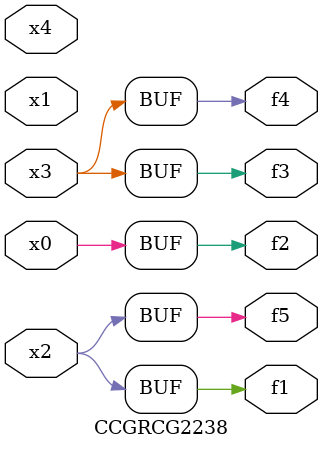
<source format=v>
module CCGRCG2238(
	input x0, x1, x2, x3, x4,
	output f1, f2, f3, f4, f5
);
	assign f1 = x2;
	assign f2 = x0;
	assign f3 = x3;
	assign f4 = x3;
	assign f5 = x2;
endmodule

</source>
